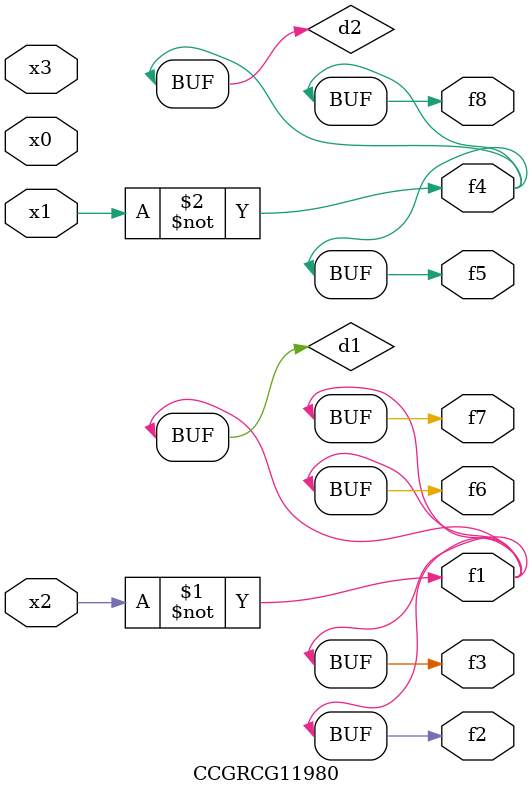
<source format=v>
module CCGRCG11980(
	input x0, x1, x2, x3,
	output f1, f2, f3, f4, f5, f6, f7, f8
);

	wire d1, d2;

	xnor (d1, x2);
	not (d2, x1);
	assign f1 = d1;
	assign f2 = d1;
	assign f3 = d1;
	assign f4 = d2;
	assign f5 = d2;
	assign f6 = d1;
	assign f7 = d1;
	assign f8 = d2;
endmodule

</source>
